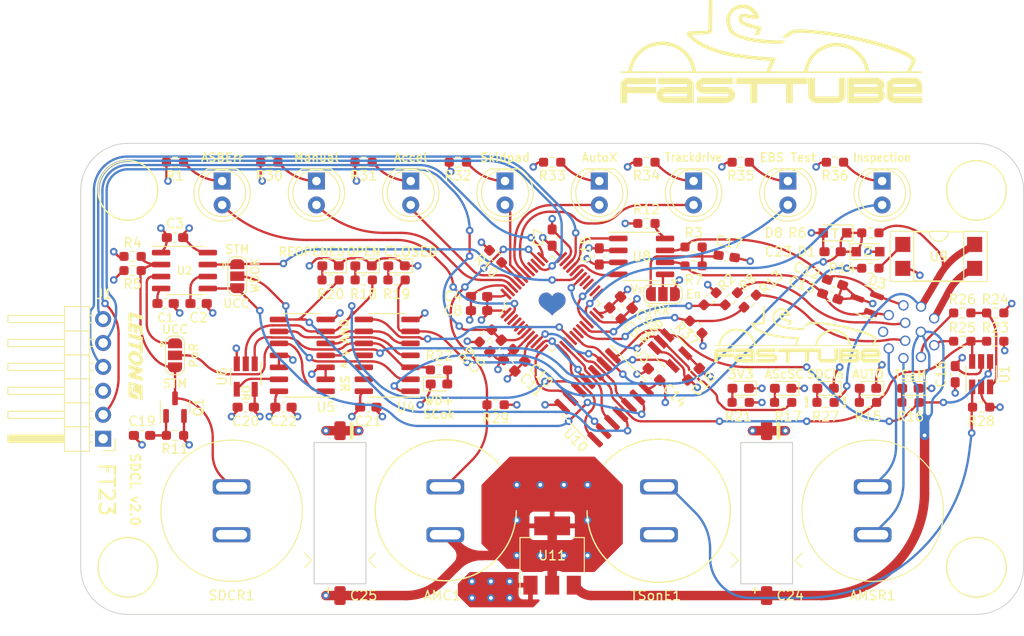
<source format=kicad_pcb>
(kicad_pcb (version 20211014) (generator pcbnew)

  (general
    (thickness 1.6)
  )

  (paper "A4")
  (layers
    (0 "F.Cu" signal)
    (1 "In1.Cu" power "3V3.Cu")
    (2 "In2.Cu" power "GND.Cu")
    (31 "B.Cu" signal)
    (33 "F.Adhes" user "F.Adhesive")
    (35 "F.Paste" user)
    (37 "F.SilkS" user "F.Silkscreen")
    (38 "B.Mask" user)
    (39 "F.Mask" user)
    (40 "Dwgs.User" user "User.Drawings")
    (41 "Cmts.User" user "User.Comments")
    (42 "Eco1.User" user "User.Eco1")
    (43 "Eco2.User" user "User.Eco2")
    (44 "Edge.Cuts" user)
    (45 "Margin" user)
    (46 "B.CrtYd" user "B.Courtyard")
    (47 "F.CrtYd" user "F.Courtyard")
    (49 "F.Fab" user)
  )

  (setup
    (stackup
      (layer "F.SilkS" (type "Top Silk Screen"))
      (layer "F.Paste" (type "Top Solder Paste"))
      (layer "F.Mask" (type "Top Solder Mask") (thickness 0.01))
      (layer "F.Cu" (type "copper") (thickness 0.035))
      (layer "dielectric 1" (type "core") (thickness 0.48) (material "FR4") (epsilon_r 4.5) (loss_tangent 0.02))
      (layer "In1.Cu" (type "copper") (thickness 0.035))
      (layer "dielectric 2" (type "prepreg") (thickness 0.48) (material "FR4") (epsilon_r 4.5) (loss_tangent 0.02))
      (layer "In2.Cu" (type "copper") (thickness 0.035))
      (layer "dielectric 3" (type "core") (thickness 0.48) (material "FR4") (epsilon_r 4.5) (loss_tangent 0.02))
      (layer "B.Cu" (type "copper") (thickness 0.035))
      (layer "B.Mask" (type "Bottom Solder Mask") (thickness 0.01))
      (copper_finish "None")
      (dielectric_constraints no)
    )
    (pad_to_mask_clearance 0)
    (pcbplotparams
      (layerselection 0x00010e0_ffffffff)
      (disableapertmacros false)
      (usegerberextensions false)
      (usegerberattributes true)
      (usegerberadvancedattributes true)
      (creategerberjobfile true)
      (svguseinch false)
      (svgprecision 6)
      (excludeedgelayer true)
      (plotframeref false)
      (viasonmask false)
      (mode 1)
      (useauxorigin false)
      (hpglpennumber 1)
      (hpglpenspeed 20)
      (hpglpendiameter 15.000000)
      (dxfpolygonmode true)
      (dxfimperialunits true)
      (dxfusepcbnewfont true)
      (psnegative false)
      (psa4output false)
      (plotreference true)
      (plotvalue true)
      (plotinvisibletext false)
      (sketchpadsonfab false)
      (subtractmaskfromsilk false)
      (outputformat 1)
      (mirror false)
      (drillshape 0)
      (scaleselection 1)
      (outputdirectory "export/")
    )
  )

  (net 0 "")
  (net 1 "GND")
  (net 2 "NRST")
  (net 3 "+12V")
  (net 4 "AMC")
  (net 5 "TRACESWO")
  (net 6 "SWDIO")
  (net 7 "SWCLK")
  (net 8 "Net-(R12-Pad1)")
  (net 9 "AMSRin")
  (net 10 "AMSRout")
  (net 11 "+3.3V")
  (net 12 "/CAN TRX/CAN_H")
  (net 13 "/CAN TRX/CAN_L")
  (net 14 "Net-(C19-Pad1)")
  (net 15 "/Connections/SDC_in_3V3")
  (net 16 "Net-(D2-Pad1)")
  (net 17 "Net-(D4-Pad2)")
  (net 18 "/Backup AMI/AMI0")
  (net 19 "Net-(D15-Pad1)")
  (net 20 "/Backup AMI/AMI1")
  (net 21 "Net-(D16-Pad1)")
  (net 22 "/Backup AMI/AMI2")
  (net 23 "Net-(D17-Pad1)")
  (net 24 "/Backup AMI/AMI3")
  (net 25 "Net-(D18-Pad1)")
  (net 26 "/Backup AMI/AMI4")
  (net 27 "Net-(D19-Pad1)")
  (net 28 "/Backup AMI/AMI5")
  (net 29 "Net-(D20-Pad1)")
  (net 30 "/Backup AMI/AMI6")
  (net 31 "Net-(J2-Pad1)")
  (net 32 "Net-(J2-Pad9)")
  (net 33 "Net-(R14-Pad2)")
  (net 34 "Net-(D5-Pad2)")
  (net 35 "Net-(D6-Pad2)")
  (net 36 "Net-(D7-Pad2)")
  (net 37 "Net-(D9-Pad2)")
  (net 38 "Net-(D10-Pad2)")
  (net 39 "Net-(D11-Pad2)")
  (net 40 "Net-(D12-Pad2)")
  (net 41 "Net-(D13-Pad2)")
  (net 42 "/Non-Programmable Logic/~{WDO}")
  (net 43 "/Non-Programmable Logic/RP")
  (net 44 "/Non-Programmable Logic/WP")
  (net 45 "/Controller/TS_activate_MUXed")
  (net 46 "/Non-Programmable Logic/close_while_allowed")
  (net 47 "/Non-Programmable Logic/~{reset_all}")
  (net 48 "/Non-Programmable Logic/closing_allowed")
  (net 49 "/Non-Programmable Logic/~{reopen}")
  (net 50 "/Non-Programmable Logic/WD_and_SDCin_ok")
  (net 51 "/Non-Programmable Logic/~{try_close}")
  (net 52 "Net-(J2-Pad11)")
  (net 53 "Net-(J2-Pad12)")
  (net 54 "Net-(JPPoR1-Pad1)")
  (net 55 "/Connections/SDC_out")
  (net 56 "/Connections/SDC_in")
  (net 57 "/Connections/TS_activate_dash")
  (net 58 "/Controller/Watchdog")
  (net 59 "WD_OK")
  (net 60 "/CAN TRX/CAN_TX")
  (net 61 "/CAN TRX/CAN_RX")
  (net 62 "Net-(D14-Pad1)")
  (net 63 "/Connections/ASMS")
  (net 64 "/Buttons/~{SDC_reset}")
  (net 65 "/Controller/AS_close_SDC")
  (net 66 "CLOSED")
  (net 67 "INITIAL_OPEN")
  (net 68 "REOPENED")
  (net 69 "/Buttons/TS_activate_ext")
  (net 70 "/Controller/SDC_is_ready")
  (net 71 "unconnected-(U7-Pad3)")
  (net 72 "unconnected-(U7-Pad4)")
  (net 73 "unconnected-(U7-Pad5)")
  (net 74 "Net-(U10-Pad2)")
  (net 75 "Net-(U10-Pad4)")
  (net 76 "Net-(U10-Pad6)")
  (net 77 "Net-(U10-Pad8)")
  (net 78 "Net-(U10-Pad10)")
  (net 79 "Net-(U10-Pad12)")
  (net 80 "unconnected-(U7-Pad18)")
  (net 81 "unconnected-(U7-Pad25)")
  (net 82 "unconnected-(U7-Pad26)")
  (net 83 "unconnected-(U7-Pad27)")
  (net 84 "unconnected-(U7-Pad28)")
  (net 85 "unconnected-(U7-Pad40)")
  (net 86 "/CAN TRX/Vref")
  (net 87 "Net-(JP1-Pad2)")
  (net 88 "unconnected-(U4-Pad11)")
  (net 89 "unconnected-(U4-Pad12)")
  (net 90 "unconnected-(U4-Pad13)")
  (net 91 "LV_SENSE_2")
  (net 92 "LV_SENSE_1")
  (net 93 "unconnected-(U7-Pad29)")
  (net 94 "unconnected-(U7-Pad6)")
  (net 95 "Net-(D2-Pad2)")
  (net 96 "Net-(R10-Pad1)")

  (footprint "Capacitor_SMD:C_0603_1608Metric_Pad1.08x0.95mm_HandSolder" (layer "F.Cu") (at 109 67))

  (footprint "Capacitor_SMD:C_0603_1608Metric_Pad1.08x0.95mm_HandSolder" (layer "F.Cu") (at 112.5 67))

  (footprint "Capacitor_SMD:C_0603_1608Metric_Pad1.08x0.95mm_HandSolder" (layer "F.Cu") (at 110 60 180))

  (footprint "Capacitor_SMD:C_0603_1608Metric_Pad1.08x0.95mm_HandSolder" (layer "F.Cu") (at 142.25 66.25 180))

  (footprint "Capacitor_SMD:C_0603_1608Metric_Pad1.08x0.95mm_HandSolder" (layer "F.Cu") (at 156.717515 68.06066 -45))

  (footprint "Capacitor_SMD:C_0603_1608Metric_Pad1.08x0.95mm_HandSolder" (layer "F.Cu") (at 144 71.5 -135))

  (footprint "Capacitor_SMD:C_0603_1608Metric_Pad1.08x0.95mm_HandSolder" (layer "F.Cu") (at 150 60 90))

  (footprint "Capacitor_SMD:C_0603_1608Metric_Pad1.08x0.95mm_HandSolder" (layer "F.Cu") (at 142.25 67.75 180))

  (footprint "Capacitor_SMD:C_0603_1608Metric_Pad1.08x0.95mm_HandSolder" (layer "F.Cu") (at 157.867538 66.897577 -45))

  (footprint "Capacitor_SMD:C_0603_1608Metric_Pad1.08x0.95mm_HandSolder" (layer "F.Cu") (at 146.5 72.5 135))

  (footprint "Capacitor_SMD:C_0603_1608Metric_Pad1.08x0.95mm_HandSolder" (layer "F.Cu") (at 145.43934 73.56066 135))

  (footprint "Capacitor_SMD:C_0603_1608Metric_Pad1.08x0.95mm_HandSolder" (layer "F.Cu") (at 180 64.75 -20))

  (footprint "Capacitor_SMD:C_0603_1608Metric_Pad1.08x0.95mm_HandSolder" (layer "F.Cu") (at 179.5 66.25 160))

  (footprint "Package_TO_SOT_SMD:SOT-23-5_HandSoldering" (layer "F.Cu") (at 162.5 72 -45))

  (footprint "Capacitor_SMD:C_0603_1608Metric_Pad1.08x0.95mm_HandSolder" (layer "F.Cu") (at 155 62 90))

  (footprint "Package_TO_SOT_SMD:SOT-23-5_HandSoldering" (layer "F.Cu") (at 117.5 74.75 -90))

  (footprint "Resistor_SMD:R_0603_1608Metric_Pad0.98x0.95mm_HandSolder" (layer "F.Cu") (at 105.5 62))

  (footprint "Resistor_SMD:R_0603_1608Metric_Pad0.98x0.95mm_HandSolder" (layer "F.Cu") (at 105.5 63.5 180))

  (footprint "Resistor_SMD:R_0603_1608Metric_Pad0.98x0.95mm_HandSolder" (layer "F.Cu") (at 183.75 59.5 180))

  (footprint "Resistor_SMD:R_0603_1608Metric_Pad0.98x0.95mm_HandSolder" (layer "F.Cu") (at 142.93934 70.43934 45))

  (footprint "Resistor_SMD:R_0603_1608Metric_Pad0.98x0.95mm_HandSolder" (layer "F.Cu") (at 144 62 135))

  (footprint "Resistor_SMD:R_0603_1608Metric_Pad0.98x0.95mm_HandSolder" (layer "F.Cu") (at 160 58.5 180))

  (footprint "Package_TO_SOT_SMD:SOT-23-6_Handsoldering" (layer "F.Cu") (at 195.5 74.5 90))

  (footprint "Package_SO:SOIC-8_3.9x4.9mm_P1.27mm" (layer "F.Cu") (at 111 63.5))

  (footprint "Package_SO:SOIC-14_3.9x8.7mm_P1.27mm" (layer "F.Cu") (at 132.5 72.5 180))

  (footprint "Package_SO:SOIC-14_3.9x8.7mm_P1.27mm" (layer "F.Cu") (at 123.5 72.503922 180))

  (footprint "Package_QFP:LQFP-48_7x7mm_P0.5mm" (layer "F.Cu") (at 150 67 45))

  (footprint "Package_SO:SOIC-8_3.9x4.9mm_P1.27mm" (layer "F.Cu") (at 159.5 62))

  (footprint "Resistor_SMD:R_0603_1608Metric_Pad0.98x0.95mm_HandSolder" (layer "F.Cu") (at 183.75 63.25))

  (footprint "Package_DIP:DIP-4_W7.62mm_SMDSocket_SmallPads" (layer "F.Cu") (at 191 62))

  (footprint "Capacitor_SMD:C_0603_1608Metric_Pad1.08x0.95mm_HandSolder" (layer "F.Cu") (at 192.75 74.5 90))

  (footprint "Capacitor_SMD:C_0603_1608Metric_Pad1.08x0.95mm_HandSolder" (layer "F.Cu") (at 165 74.5 45))

  (footprint "Capacitor_SMD:C_0603_1608Metric_Pad1.08x0.95mm_HandSolder" (layer "F.Cu") (at 117.5 78))

  (footprint "Capacitor_SMD:C_0603_1608Metric_Pad1.08x0.95mm_HandSolder" (layer "F.Cu") (at 130.5 78 180))

  (footprint "Capacitor_SMD:C_0603_1608Metric_Pad1.08x0.95mm_HandSolder" (layer "F.Cu") (at 121.5 78 180))

  (footprint "Diode_SMD:D_0603_1608Metric_Pad1.05x0.95mm_HandSolder" (layer "F.Cu") (at 183.5 76 180))

  (footprint "Diode_SMD:D_0603_1608Metric_Pad1.05x0.95mm_HandSolder" (layer "F.Cu") (at 188 76 180))

  (footprint "Diode_SMD:D_0603_1608Metric_Pad1.05x0.95mm_HandSolder" (layer "F.Cu") (at 174.5 76 180))

  (footprint "Diode_SMD:D_0603_1608Metric_Pad1.05x0.95mm_HandSolder" (layer "F.Cu") (at 130 63 180))

  (footprint "Diode_SMD:D_0603_1608Metric_Pad1.05x0.95mm_HandSolder" (layer "F.Cu") (at 133.5 63 180))

  (footprint "Diode_SMD:D_0603_1608Metric_Pad1.05x0.95mm_HandSolder" (layer "F.Cu") (at 126.5 63 180))

  (footprint "Diode_SMD:D_0603_1608Metric_Pad1.05x0.95mm_HandSolder" (layer "F.Cu") (at 170 76 180))

  (footprint "Resistor_SMD:R_0603_1608Metric_Pad0.98x0.95mm_HandSolder" (layer "F.Cu") (at 183.5 77.5 180))

  (footprint "Resistor_SMD:R_0603_1608Metric_Pad0.98x0.95mm_HandSolder" (layer "F.Cu") (at 188 77.5))

  (footprint "Diode_SMD:D_0603_1608Metric_Pad1.05x0.95mm_HandSolder" (layer "F.Cu") (at 138 75.545))

  (footprint "Resistor_SMD:R_0603_1608Metric_Pad0.98x0.95mm_HandSolder" (layer "F.Cu") (at 174.5 77.5 180))

  (footprint "Resistor_SMD:R_0603_1608Metric_Pad0.98x0.95mm_HandSolder" (layer "F.Cu") (at 130.016666 64.5 180))

  (footprint "Resistor_SMD:R_0603_1608Metric_Pad0.98x0.95mm_HandSolder" (layer "F.Cu") (at 133.5 64.5 180))

  (footprint "Resistor_SMD:R_0603_1608Metric_Pad0.98x0.95mm_HandSolder" (layer "F.Cu") (at 126.5 64.5 180))

  (footprint "Resistor_SMD:R_0603_1608Metric_Pad0.98x0.95mm_HandSolder" (layer "F.Cu") (at 170 77.5 180))

  (footprint "Resistor_SMD:R_0603_1608Metric_Pad0.98x0.95mm_HandSolder" (layer "F.Cu") (at 138 74.045 180))

  (footprint "Capacitor_SMD:C_0603_1608Metric_Pad1.08x0.95mm_HandSolder" (layer "F.Cu") (at 179.75 61.5))

  (footprint "Diode_SMD:D_SOD-323_HandSoldering" (layer "F.Cu") (at 180 59.5 180))

  (footprint "MountingHole:MountingHole_3.2mm_M3" (layer "F.Cu")
    (tedit 56D1B4CB) (tstamp 00000000-0000-0000-0000-000061bee488)
    (at 105 55 180)
    (descr "Mounting Hole 3.2mm, no annular, M3")
    (tags "mounting hole 3.2mm no annular m3")
    (property "Sheetfile" "connections.kicad_sch")
    (property "Sheetname" "Connections")
    (path "/00000000-0000-0000-0000-000061bba8ea/00000000-0000-0000-0000-000061bd2819")
    (attr exclude_from_pos_files)
    (fp_text reference "H1" (at 0 -4.2) (layer "F.SilkS") hide
      (effects (font (size 1 1) (thickness 0.15)))
      (tstamp 47fadd5d-e63f-4824-9b10-de5d2fb6df9a)
    )
    (fp_text value "MountingHole" (at 0 4.2) (layer "F.Fab")
      (effects (font (size 1 1) (thickness 0.15)))
      (tstamp 1c823e0b-a9cf-4241-96e0-8c775a87c35a)
    )
    
... [1339879 chars truncated]
</source>
